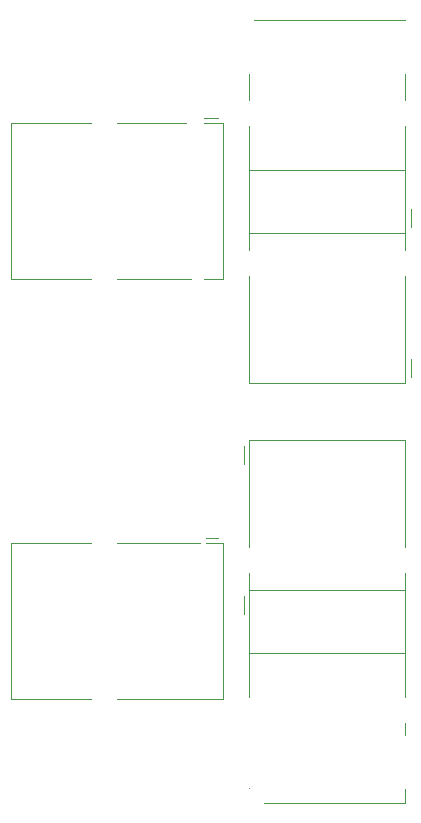
<source format=gto>
%TF.GenerationSoftware,KiCad,Pcbnew,(6.0.5-22-g43b8adad1a)*%
%TF.CreationDate,2022-05-13T22:53:21-07:00*%
%TF.ProjectId,shadystake,73686164-7973-4746-916b-652e6b696361,rev?*%
%TF.SameCoordinates,Original*%
%TF.FileFunction,Legend,Top*%
%TF.FilePolarity,Positive*%
%FSLAX46Y46*%
G04 Gerber Fmt 4.6, Leading zero omitted, Abs format (unit mm)*
G04 Created by KiCad (PCBNEW (6.0.5-22-g43b8adad1a)) date 2022-05-13 22:53:21*
%MOMM*%
%LPD*%
G01*
G04 APERTURE LIST*
G04 Aperture macros list*
%AMFreePoly0*
4,1,70,5.175671,0.230970,5.256777,0.176777,5.310970,0.095671,5.330000,0.000000,5.311135,-0.323899,5.254795,-0.643418,5.161742,-0.954236,5.033235,-1.252150,4.871011,-1.533130,4.677264,-1.793377,4.454614,-2.029372,4.206072,-2.237924,3.935000,-2.416211,3.645063,-2.561823,3.340181,-2.672791,3.024478,-2.747614,2.702224,-2.785280,2.377776,-2.785280,2.055522,-2.747614,1.739819,-2.672791,
1.434937,-2.561823,1.145000,-2.416211,0.873928,-2.237924,0.625386,-2.029372,0.402736,-1.793377,0.208989,-1.533130,0.046765,-1.252150,-0.081742,-0.954236,-0.174795,-0.643418,-0.231135,-0.323899,-0.250000,0.000000,-0.230970,0.095671,-0.176777,0.176777,-0.095671,0.230970,0.000000,0.250000,0.095671,0.230970,0.176777,0.176777,0.230970,0.095671,0.250000,0.000000,0.246560,-0.017294,
0.263565,-0.287581,0.317559,-0.570626,0.406602,-0.844672,0.529290,-1.105397,0.683688,-1.348690,0.867361,-1.570713,1.077413,-1.767964,1.310530,-1.937334,1.563037,-2.076151,1.830952,-2.182226,2.110048,-2.253886,2.395925,-2.290000,2.684075,-2.290000,2.969952,-2.253886,3.249048,-2.182226,3.516963,-2.076151,3.769470,-1.937334,4.002587,-1.767964,4.212639,-1.570713,4.396312,-1.348690,
4.550710,-1.105397,4.673398,-0.844672,4.762441,-0.570626,4.816435,-0.287581,4.818799,-0.250000,3.429000,-0.250000,2.921000,0.000000,3.429000,0.250000,5.080000,0.250000,5.175671,0.230970,5.175671,0.230970,$1*%
%AMFreePoly1*
4,1,24,0.095671,0.230970,0.176777,0.176777,0.230970,0.095671,0.250000,0.000000,0.250000,-4.699000,0.230970,-4.794671,0.176777,-4.875777,0.095671,-4.929970,0.000000,-4.949000,-0.095671,-4.929970,-0.176777,-4.875777,-0.230970,-4.794671,-0.250000,-4.699000,-0.250000,-3.298000,-1.651000,-3.298000,-2.159000,-3.048000,-1.651000,-2.798000,-0.250000,-2.798000,-0.250000,0.000000,-0.230970,0.095671,
-0.176777,0.176777,-0.095671,0.230970,0.000000,0.250000,0.095671,0.230970,0.095671,0.230970,$1*%
G04 Aperture macros list end*
%ADD10C,0.120000*%
%ADD11C,0.100000*%
%ADD12C,2.921000*%
%ADD13C,3.250000*%
%ADD14R,1.520000X1.520000*%
%ADD15C,1.520000*%
%ADD16C,0.500000*%
%ADD17FreePoly0,180.000000*%
%ADD18FreePoly1,180.000000*%
%ADD19FreePoly0,90.000000*%
%ADD20FreePoly1,90.000000*%
%ADD21C,3.200000*%
%ADD22R,1.500000X1.500000*%
%ADD23C,1.500000*%
G04 APERTURE END LIST*
D10*
X89150000Y-147430000D02*
X89150000Y-140650000D01*
X75480000Y-131430000D02*
X75480000Y-129900000D01*
D11*
X89150000Y-147420000D02*
X89150000Y-147430000D01*
D10*
X75950000Y-147430000D02*
X75950000Y-140650000D01*
X75950000Y-138450000D02*
X75950000Y-129430000D01*
X75950000Y-129430000D02*
X89150000Y-129430000D01*
X89150000Y-147430000D02*
X75950000Y-147430000D01*
D11*
X89150000Y-147310000D02*
X89150000Y-147430000D01*
D10*
X89150000Y-129430000D02*
X89150000Y-138450000D01*
D11*
X75950000Y-138380000D02*
X75950000Y-138450000D01*
X75950000Y-93880000D02*
X75950000Y-93870000D01*
D10*
X89150000Y-102850000D02*
X89150000Y-111870000D01*
X89150000Y-93870000D02*
X89150000Y-100650000D01*
X75950000Y-111870000D02*
X75950000Y-102850000D01*
X75950000Y-93870000D02*
X89150000Y-93870000D01*
D11*
X75950000Y-93990000D02*
X75950000Y-93870000D01*
D10*
X89620000Y-109870000D02*
X89620000Y-111400000D01*
X89150000Y-111870000D02*
X75950000Y-111870000D01*
D11*
X89150000Y-102920000D02*
X89150000Y-102850000D01*
D10*
X75950000Y-93870000D02*
X75950000Y-100650000D01*
D11*
X75950000Y-81180000D02*
X75950000Y-81170000D01*
D10*
X89150000Y-99170000D02*
X75950000Y-99170000D01*
X89150000Y-81170000D02*
X89150000Y-87950000D01*
X89620000Y-97170000D02*
X89620000Y-98700000D01*
X89150000Y-90150000D02*
X89150000Y-99170000D01*
D11*
X75950000Y-81290000D02*
X75950000Y-81170000D01*
D10*
X75950000Y-81170000D02*
X75950000Y-87950000D01*
D11*
X89150000Y-90220000D02*
X89150000Y-90150000D01*
D10*
X75950000Y-81170000D02*
X89150000Y-81170000D01*
X75950000Y-99170000D02*
X75950000Y-90150000D01*
D11*
X55780000Y-138680000D02*
X55770000Y-138680000D01*
D10*
X55770000Y-138680000D02*
X55770000Y-125480000D01*
D11*
X55890000Y-138680000D02*
X55770000Y-138680000D01*
D10*
X71770000Y-125010000D02*
X73300000Y-125010000D01*
X55770000Y-125480000D02*
X62550000Y-125480000D01*
X73770000Y-138680000D02*
X64750000Y-138680000D01*
X73770000Y-125480000D02*
X73770000Y-138680000D01*
D11*
X64820000Y-125480000D02*
X64750000Y-125480000D01*
D10*
X55770000Y-138680000D02*
X62550000Y-138680000D01*
X64750000Y-125480000D02*
X73770000Y-125480000D01*
D11*
X64820000Y-89920000D02*
X64750000Y-89920000D01*
D10*
X71770000Y-89450000D02*
X73300000Y-89450000D01*
X55770000Y-103120000D02*
X55770000Y-89920000D01*
X55770000Y-89920000D02*
X62550000Y-89920000D01*
X73770000Y-89920000D02*
X73770000Y-103120000D01*
X64750000Y-89920000D02*
X73770000Y-89920000D01*
D11*
X55890000Y-103120000D02*
X55770000Y-103120000D01*
X55780000Y-103120000D02*
X55770000Y-103120000D01*
D10*
X73770000Y-103120000D02*
X64750000Y-103120000D01*
X55770000Y-103120000D02*
X62550000Y-103120000D01*
X89150000Y-134730000D02*
X75950000Y-134730000D01*
X75950000Y-116730000D02*
X89150000Y-116730000D01*
X75950000Y-134730000D02*
X75950000Y-127950000D01*
X75950000Y-125750000D02*
X75950000Y-116730000D01*
D11*
X89150000Y-134610000D02*
X89150000Y-134730000D01*
X89150000Y-134720000D02*
X89150000Y-134730000D01*
D10*
X75480000Y-118730000D02*
X75480000Y-117200000D01*
X89150000Y-134730000D02*
X89150000Y-127950000D01*
X89150000Y-116730000D02*
X89150000Y-125750000D01*
D11*
X75950000Y-125680000D02*
X75950000Y-125750000D01*
%LPC*%
X177800000Y-132080000D02*
X101600000Y-132080000D01*
X101600000Y-132080000D02*
X101600000Y-96520000D01*
X101600000Y-96520000D02*
X177800000Y-96520000D01*
X177800000Y-96520000D02*
X177800000Y-132080000D01*
G36*
X177800000Y-132080000D02*
G01*
X101600000Y-132080000D01*
X101600000Y-96520000D01*
X177800000Y-96520000D01*
X177800000Y-132080000D01*
G37*
D12*
X69405500Y-85725000D02*
G75*
G03*
X69405500Y-85725000I-1460500J0D01*
G01*
X73596500Y-143764000D02*
G75*
G03*
X73596500Y-143764000I-1460500J0D01*
G01*
D13*
X87630000Y-139550000D03*
X77470000Y-139550000D03*
D14*
X79380000Y-130660000D03*
D15*
X80650000Y-133200000D03*
X81920000Y-130660000D03*
X83190000Y-133200000D03*
X84460000Y-130660000D03*
X85730000Y-133200000D03*
D16*
X65405000Y-85725000D03*
X67945000Y-83185000D03*
D17*
X70485000Y-85725000D03*
D18*
X67945000Y-88773000D03*
D13*
X87630000Y-101750000D03*
X77470000Y-101750000D03*
D14*
X85720000Y-110640000D03*
D15*
X84450000Y-108100000D03*
X83180000Y-110640000D03*
X81910000Y-108100000D03*
X80640000Y-110640000D03*
X79370000Y-108100000D03*
D13*
X77470000Y-89050000D03*
X87630000Y-89050000D03*
D14*
X85720000Y-97940000D03*
D15*
X84450000Y-95400000D03*
X83180000Y-97940000D03*
X81910000Y-95400000D03*
X80640000Y-97940000D03*
X79370000Y-95400000D03*
D13*
X63650000Y-127000000D03*
X63650000Y-137160000D03*
D14*
X72540000Y-128910000D03*
D15*
X70000000Y-130180000D03*
X72540000Y-131450000D03*
X70000000Y-132720000D03*
X72540000Y-133990000D03*
X70000000Y-135260000D03*
D13*
X63650000Y-91440000D03*
X63650000Y-101600000D03*
D14*
X72540000Y-93350000D03*
D15*
X70000000Y-94620000D03*
X72540000Y-95890000D03*
X70000000Y-97160000D03*
X72540000Y-98430000D03*
X70000000Y-99700000D03*
D13*
X77470000Y-126850000D03*
X87630000Y-126850000D03*
D14*
X79380000Y-117960000D03*
D15*
X80650000Y-120500000D03*
X81920000Y-117960000D03*
X83190000Y-120500000D03*
X84460000Y-117960000D03*
X85730000Y-120500000D03*
D19*
X72136000Y-146304000D03*
D16*
X72136000Y-141224000D03*
X74676000Y-143764000D03*
D20*
X69088000Y-143764000D03*
D21*
X64750000Y-108747500D03*
X64750000Y-120177500D03*
D22*
X58400000Y-110017500D03*
D23*
X55860000Y-111287500D03*
X58400000Y-112557500D03*
X55860000Y-113827500D03*
X58400000Y-115097500D03*
X55860000Y-116367500D03*
X58400000Y-117637500D03*
X55860000Y-118907500D03*
M02*

</source>
